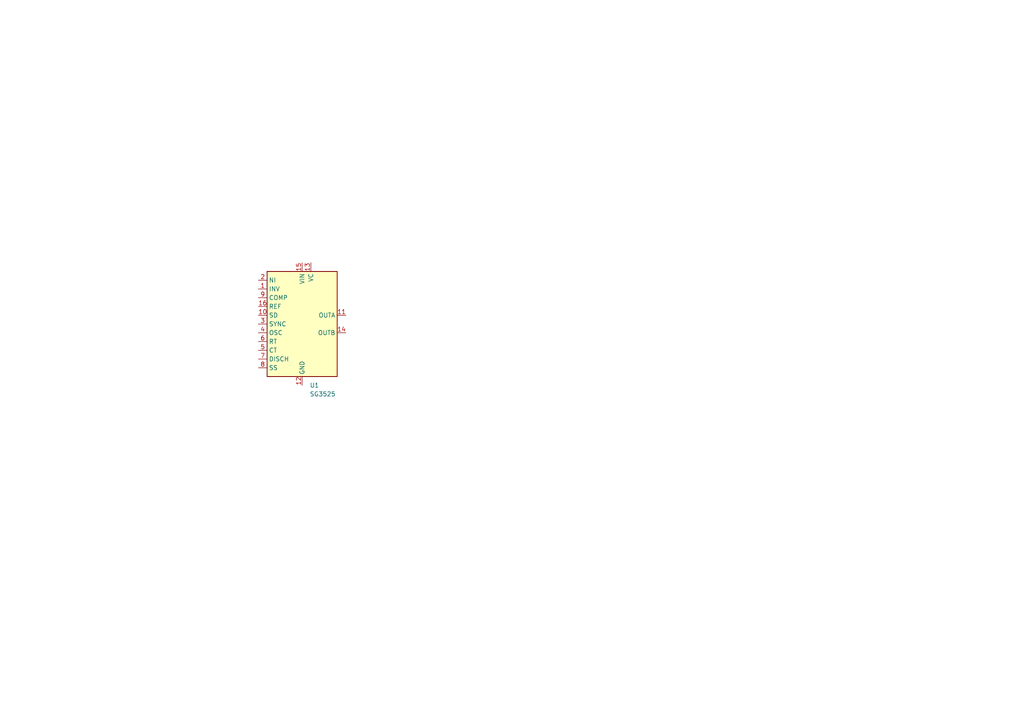
<source format=kicad_sch>
(kicad_sch (version 20231120) (generator "eeschema") (generator_version "8.0")
  (paper "A4")
  (lib_symbols
    (symbol "Regulator_Controller:SG3525"
      (property "Reference" "U" (at 3.81 19.05 0))
      (property "Value" "SG3525" (at 3.81 16.51 0))
      (symbol "SG3525_0_1"
        (rectangle (start -10.16 -15.24) (end 10.16 15.24) (stroke (width 0.254)) (fill (type background)))
      )
      (symbol "SG3525_1_1"
        (pin input line (at -12.7 10.16 0) (length 2.54) (name "INV") (number "1"))
        (pin passive line (at -12.7 2.54 0) (length 2.54) (name "SD") (number "10"))
        (pin output line (at 12.7 2.54 180) (length 2.54) (name "OUTA") (number "11"))
        (pin power_in line (at 0 -17.78 90) (length 2.54) (name "GND") (number "12"))
        (pin power_in line (at 2.54 17.78 270) (length 2.54) (name "VC") (number "13"))
        (pin output line (at 12.7 -2.54 180) (length 2.54) (name "OUTB") (number "14"))
        (pin power_in line (at 0 17.78 270) (length 2.54) (name "VIN") (number "15"))
        (pin power_in line (at -12.7 5.08 0) (length 2.54) (name "REF") (number "16"))
        (pin input line (at -12.7 12.7 0) (length 2.54) (name "NI") (number "2"))
        (pin passive line (at -12.7 0 0) (length 2.54) (name "SYNC") (number "3"))
        (pin output line (at -12.7 -2.54 0) (length 2.54) (name "OSC") (number "4"))
        (pin passive line (at -12.7 -7.62 0) (length 2.54) (name "CT") (number "5"))
        (pin passive line (at -12.7 -5.08 0) (length 2.54) (name "RT") (number "6"))
        (pin open_collector line (at -12.7 -10.16 0) (length 2.54) (name "DISCH") (number "7"))
        (pin passive line (at -12.7 -12.7 0) (length 2.54) (name "SS") (number "8"))
        (pin passive line (at -12.7 7.62 0) (length 2.54) (name "COMP") (number "9"))
      )
    )
  )
  (symbol (lib_id "Regulator_Controller:SG3525") (at 87.63 93.98 0) (unit 1)
    (property "Reference" "U1" (at 89.8241 111.76 0) (effects (justify left)))
    (property "Value" "SG3525" (at 89.8241 114.3 0) (effects (justify left)))
    (property "Datasheet" "www.st.com/resource/en/datasheet/sg3525.pdf" (effects (hide yes)))
    (property "Description" "Regulating Pulse Width Modulators, NOR Logic, PDIP-16/SOIC-16" (effects (hide yes)))
  )
)
</source>
